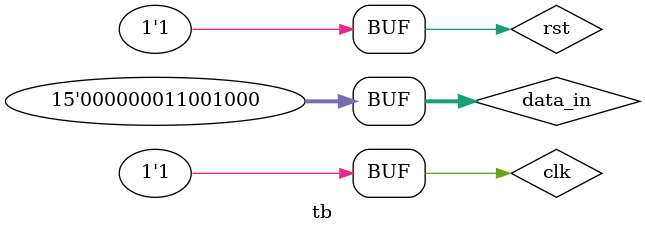
<source format=v>
module tb ();

reg clk;
reg rst;
reg[14:0] data_in;


initial begin

rst <= 1'b0;
#150;
rst <= 1'b1;
end

always begin

clk <= 1'b0;
 #50;
clk <= 1'b1;
 #50; 
end

always begin

data_in <= 15'b0;
#100
data_in <= 15'd155;
#150;
data_in <= 15'd200;
end


// DUT

multiplication_add DUT(

     .clk(clk),
     .rst(rst),
     .data_in(data_in)
);



endmodule
</source>
